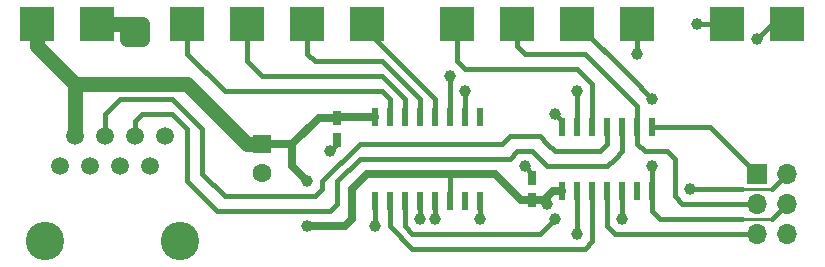
<source format=gtl>
G04 #@! TF.FileFunction,Copper,L1,Top,Signal*
%FSLAX46Y46*%
G04 Gerber Fmt 4.6, Leading zero omitted, Abs format (unit mm)*
G04 Created by KiCad (PCBNEW 4.0.7-e2-6376~58~ubuntu17.04.1) date Mon Oct 30 22:15:39 2017*
%MOMM*%
%LPD*%
G01*
G04 APERTURE LIST*
%ADD10C,0.100000*%
%ADD11R,1.600000X1.600000*%
%ADD12C,1.600000*%
%ADD13R,0.750000X1.200000*%
%ADD14R,3.000000X3.000000*%
%ADD15C,3.250000*%
%ADD16C,1.500000*%
%ADD17R,1.700000X1.700000*%
%ADD18O,1.700000X1.700000*%
%ADD19R,0.600000X1.500000*%
%ADD20C,1.000000*%
%ADD21C,1.270000*%
%ADD22C,0.635000*%
%ADD23C,0.381000*%
%ADD24C,0.254000*%
G04 APERTURE END LIST*
D10*
D11*
X139700000Y-109220000D03*
D12*
X139700000Y-111720000D03*
D13*
X162560000Y-113980000D03*
X162560000Y-112080000D03*
D14*
X133350000Y-99060000D03*
X138430000Y-99060000D03*
X143510000Y-99060000D03*
X148590000Y-99060000D03*
X179070000Y-99060000D03*
X184150000Y-99060000D03*
X166370000Y-99060000D03*
X161290000Y-99060000D03*
D15*
X132715000Y-117475000D03*
X121285000Y-117475000D03*
D16*
X131445000Y-108585000D03*
X130175000Y-111125000D03*
X128905000Y-108585000D03*
X127635000Y-111125000D03*
X126365000Y-108585000D03*
X125095000Y-111125000D03*
X123825000Y-108585000D03*
X122555000Y-111125000D03*
D14*
X156210000Y-99060000D03*
X171450000Y-99060000D03*
X120650000Y-99060000D03*
X125730000Y-99060000D03*
D17*
X181610000Y-111760000D03*
D18*
X184150000Y-111760000D03*
X181610000Y-114300000D03*
X184150000Y-114300000D03*
X181610000Y-116840000D03*
X184150000Y-116840000D03*
D19*
X165100000Y-113190000D03*
X166370000Y-113190000D03*
X167640000Y-113190000D03*
X168910000Y-113190000D03*
X170180000Y-113190000D03*
X171450000Y-113190000D03*
X172720000Y-113190000D03*
X172720000Y-107790000D03*
X171450000Y-107790000D03*
X170180000Y-107790000D03*
X168910000Y-107790000D03*
X167640000Y-107790000D03*
X166370000Y-107790000D03*
X165100000Y-107790000D03*
X149225000Y-114040000D03*
X150495000Y-114040000D03*
X151765000Y-114040000D03*
X153035000Y-114040000D03*
X154305000Y-114040000D03*
X155575000Y-114040000D03*
X156845000Y-114040000D03*
X158115000Y-114040000D03*
X158115000Y-106940000D03*
X156845000Y-106940000D03*
X155575000Y-106940000D03*
X154305000Y-106940000D03*
X153035000Y-106940000D03*
X151765000Y-106940000D03*
X150495000Y-106940000D03*
X149225000Y-106940000D03*
D13*
X146050000Y-107000000D03*
X146050000Y-108900000D03*
D20*
X143510000Y-116205000D03*
X143510000Y-112395000D03*
X175895000Y-113030000D03*
X163830000Y-114300000D03*
X128270000Y-100330000D03*
X129540000Y-100330000D03*
X128270000Y-99060000D03*
X129540000Y-99060000D03*
X164465000Y-106680000D03*
X161925000Y-111125000D03*
X145415000Y-109855000D03*
X158115000Y-115570000D03*
X154305000Y-115570000D03*
X153035000Y-115570000D03*
X176530000Y-99060000D03*
X155575000Y-103505000D03*
X181610000Y-100330000D03*
X156845000Y-104775000D03*
X172720000Y-111125000D03*
X172720000Y-105410000D03*
X171450000Y-101600000D03*
X166370000Y-104775000D03*
X149225000Y-116205000D03*
X166370000Y-116840000D03*
X170180000Y-115570000D03*
X164465000Y-115570000D03*
D21*
X123825000Y-104140000D02*
X120650000Y-100965000D01*
X120650000Y-100965000D02*
X120650000Y-99060000D01*
X123825000Y-108585000D02*
X123825000Y-104140000D01*
X138430000Y-109220000D02*
X139700000Y-109220000D01*
X133350000Y-104140000D02*
X138430000Y-109220000D01*
X132715000Y-104140000D02*
X133350000Y-104140000D01*
X130175000Y-104140000D02*
X132715000Y-104140000D01*
X123825000Y-104140000D02*
X130175000Y-104140000D01*
D22*
X142240000Y-110490000D02*
X142240000Y-111125000D01*
X142240000Y-111125000D02*
X143510000Y-112395000D01*
X147320000Y-113030000D02*
X147320000Y-114935000D01*
X146685000Y-116205000D02*
X144145000Y-116205000D01*
X147320000Y-115570000D02*
X146685000Y-116205000D01*
X147320000Y-114935000D02*
X147320000Y-115570000D01*
D23*
X179070000Y-113030000D02*
X175895000Y-113030000D01*
X179070000Y-113030000D02*
X180340000Y-113030000D01*
D24*
X180340000Y-113030000D02*
X182880000Y-113030000D01*
D23*
X184150000Y-111760000D02*
X182880000Y-113030000D01*
D22*
X142240000Y-109220000D02*
X142240000Y-110490000D01*
X143510000Y-116205000D02*
X144145000Y-116205000D01*
X147320000Y-113030000D02*
X148590000Y-111760000D01*
X148590000Y-111760000D02*
X155575000Y-111760000D01*
D23*
X163510000Y-113980000D02*
X163830000Y-114300000D01*
X162560000Y-113980000D02*
X163510000Y-113980000D01*
D22*
X162560000Y-113980000D02*
X163515000Y-113980000D01*
X164305000Y-113190000D02*
X165100000Y-113190000D01*
X163515000Y-113980000D02*
X164305000Y-113190000D01*
X162560000Y-113980000D02*
X161605000Y-113980000D01*
X161605000Y-113980000D02*
X161290000Y-113665000D01*
X161290000Y-113665000D02*
X159385000Y-111760000D01*
X159385000Y-111760000D02*
X155575000Y-111760000D01*
D23*
X155575000Y-111760000D02*
X155575000Y-114040000D01*
D22*
X139700000Y-109220000D02*
X142240000Y-109220000D01*
X144460000Y-107000000D02*
X146050000Y-107000000D01*
X142240000Y-109220000D02*
X144460000Y-107000000D01*
X149225000Y-106940000D02*
X146110000Y-106940000D01*
X146110000Y-106940000D02*
X146050000Y-107000000D01*
D21*
X128270000Y-100330000D02*
X129540000Y-100330000D01*
X125730000Y-99060000D02*
X128270000Y-99060000D01*
X128270000Y-99060000D02*
X128270000Y-100330000D01*
X129540000Y-99060000D02*
X128270000Y-99060000D01*
X129540000Y-100330000D02*
X129540000Y-99060000D01*
D23*
X165100000Y-107790000D02*
X165100000Y-107315000D01*
X165100000Y-107315000D02*
X164465000Y-106680000D01*
X162560000Y-112080000D02*
X162560000Y-111760000D01*
X162560000Y-111760000D02*
X161925000Y-111125000D01*
X146050000Y-108900000D02*
X146050000Y-109220000D01*
X146050000Y-109220000D02*
X145415000Y-109855000D01*
X158115000Y-114040000D02*
X158115000Y-115570000D01*
X154305000Y-114040000D02*
X154305000Y-115570000D01*
X153035000Y-114040000D02*
X153035000Y-115570000D01*
X150495000Y-106940000D02*
X150495000Y-105410000D01*
X133350000Y-101600000D02*
X133350000Y-99060000D01*
X136525000Y-104775000D02*
X133350000Y-101600000D01*
X149860000Y-104775000D02*
X136525000Y-104775000D01*
X150495000Y-105410000D02*
X149860000Y-104775000D01*
X151765000Y-106940000D02*
X151765000Y-105410000D01*
X138430000Y-102235000D02*
X138430000Y-99060000D01*
X139700000Y-103505000D02*
X138430000Y-102235000D01*
X149860000Y-103505000D02*
X139700000Y-103505000D01*
X151765000Y-105410000D02*
X149860000Y-103505000D01*
X153035000Y-106940000D02*
X153035000Y-105410000D01*
X143510000Y-101600000D02*
X143510000Y-99060000D01*
X144145000Y-102235000D02*
X143510000Y-101600000D01*
X149860000Y-102235000D02*
X144145000Y-102235000D01*
X153035000Y-105410000D02*
X149860000Y-102235000D01*
X154305000Y-106940000D02*
X154305000Y-105410000D01*
X154305000Y-105410000D02*
X148590000Y-99695000D01*
X148590000Y-99695000D02*
X148590000Y-99060000D01*
X155575000Y-106940000D02*
X155575000Y-103505000D01*
X176530000Y-99060000D02*
X179070000Y-99060000D01*
X156845000Y-106940000D02*
X156845000Y-104775000D01*
X181610000Y-100330000D02*
X182880000Y-99060000D01*
X182880000Y-99060000D02*
X184150000Y-99060000D01*
X172720000Y-113190000D02*
X172720000Y-111125000D01*
X170815000Y-103505000D02*
X166370000Y-99060000D01*
X170815000Y-103505000D02*
X172720000Y-105410000D01*
X180340000Y-115570000D02*
X173355000Y-115570000D01*
D24*
X182880000Y-115570000D02*
X180340000Y-115570000D01*
D23*
X184150000Y-114300000D02*
X182880000Y-115570000D01*
X172720000Y-114935000D02*
X172720000Y-113190000D01*
X173355000Y-115570000D02*
X172720000Y-114935000D01*
X178435000Y-114300000D02*
X175260000Y-114300000D01*
X174625000Y-113665000D02*
X174625000Y-110490000D01*
X175260000Y-114300000D02*
X174625000Y-113665000D01*
X171450000Y-107790000D02*
X171450000Y-109220000D01*
X171450000Y-109220000D02*
X172085000Y-109855000D01*
X172085000Y-109855000D02*
X173990000Y-109855000D01*
X173990000Y-109855000D02*
X174625000Y-110490000D01*
X178435000Y-114300000D02*
X181610000Y-114300000D01*
X171450000Y-107790000D02*
X171450000Y-106045000D01*
X161290000Y-100965000D02*
X161290000Y-99060000D01*
X161925000Y-101600000D02*
X161290000Y-100965000D01*
X167005000Y-101600000D02*
X161925000Y-101600000D01*
X171450000Y-106045000D02*
X167005000Y-101600000D01*
X128905000Y-108585000D02*
X128905000Y-107315000D01*
X169545000Y-110490000D02*
X170180000Y-109855000D01*
X170180000Y-109855000D02*
X170180000Y-107790000D01*
X147955000Y-110490000D02*
X160655000Y-110490000D01*
X146050000Y-112395000D02*
X147955000Y-110490000D01*
X137160000Y-114935000D02*
X143510000Y-114935000D01*
X168910000Y-111125000D02*
X163830000Y-111125000D01*
X163830000Y-111125000D02*
X163195000Y-110490000D01*
X169545000Y-110490000D02*
X168910000Y-111125000D01*
X162560000Y-109855000D02*
X161290000Y-109855000D01*
X161290000Y-109855000D02*
X160655000Y-110490000D01*
X163195000Y-110490000D02*
X162560000Y-109855000D01*
X145415000Y-114935000D02*
X146050000Y-114300000D01*
X146050000Y-114300000D02*
X146050000Y-112395000D01*
X143510000Y-114935000D02*
X145415000Y-114935000D01*
X135890000Y-114935000D02*
X137160000Y-114935000D01*
X133350000Y-112395000D02*
X135890000Y-114935000D01*
X133350000Y-107950000D02*
X133350000Y-112395000D01*
X132080000Y-106680000D02*
X133350000Y-107950000D01*
X129540000Y-106680000D02*
X132080000Y-106680000D01*
X128905000Y-107315000D02*
X129540000Y-106680000D01*
X128905000Y-108585000D02*
X128905000Y-107950000D01*
X126365000Y-108585000D02*
X126365000Y-106680000D01*
X147955000Y-109220000D02*
X160020000Y-109220000D01*
X144780000Y-112395000D02*
X147955000Y-109220000D01*
X137795000Y-113665000D02*
X143510000Y-113665000D01*
X168275000Y-109855000D02*
X164465000Y-109855000D01*
X164465000Y-109855000D02*
X163830000Y-109220000D01*
X168275000Y-109855000D02*
X168910000Y-109220000D01*
X163195000Y-108585000D02*
X160655000Y-108585000D01*
X160655000Y-108585000D02*
X160020000Y-109220000D01*
X163830000Y-109220000D02*
X163195000Y-108585000D01*
X144145000Y-113665000D02*
X144780000Y-113030000D01*
X144780000Y-113030000D02*
X144780000Y-112395000D01*
X143510000Y-113665000D02*
X144145000Y-113665000D01*
X136525000Y-113665000D02*
X137795000Y-113665000D01*
X134620000Y-111760000D02*
X136525000Y-113665000D01*
X134620000Y-107950000D02*
X134620000Y-111760000D01*
X132080000Y-105410000D02*
X134620000Y-107950000D01*
X127635000Y-105410000D02*
X132080000Y-105410000D01*
X126365000Y-106680000D02*
X127635000Y-105410000D01*
X168910000Y-109220000D02*
X168910000Y-107790000D01*
X168910000Y-109220000D02*
X168910000Y-109220000D01*
X167640000Y-107790000D02*
X167640000Y-104140000D01*
X156210000Y-102235000D02*
X156210000Y-99060000D01*
X156845000Y-102870000D02*
X156210000Y-102235000D01*
X166370000Y-102870000D02*
X156845000Y-102870000D01*
X167640000Y-104140000D02*
X166370000Y-102870000D01*
X166370000Y-106045000D02*
X166370000Y-104775000D01*
X171450000Y-99060000D02*
X171450000Y-101600000D01*
X166370000Y-106045000D02*
X166370000Y-107790000D01*
X172720000Y-107790000D02*
X177640000Y-107790000D01*
X177640000Y-107790000D02*
X181610000Y-111760000D01*
X181610000Y-116840000D02*
X169545000Y-116840000D01*
X168910000Y-116205000D02*
X168910000Y-113190000D01*
X169545000Y-116840000D02*
X168910000Y-116205000D01*
X166370000Y-114935000D02*
X166370000Y-116840000D01*
X166370000Y-113190000D02*
X166370000Y-114935000D01*
X149225000Y-114040000D02*
X149225000Y-116205000D01*
X149225000Y-116205000D02*
X149225000Y-116205000D01*
X150495000Y-114040000D02*
X150495000Y-116205000D01*
X167640000Y-117475000D02*
X167640000Y-113190000D01*
X167005000Y-118110000D02*
X167640000Y-117475000D01*
X152400000Y-118110000D02*
X167005000Y-118110000D01*
X150495000Y-116205000D02*
X152400000Y-118110000D01*
X170180000Y-113190000D02*
X170180000Y-114935000D01*
X151765000Y-116205000D02*
X151765000Y-114040000D01*
X151765000Y-116205000D02*
X152400000Y-116840000D01*
X163195000Y-116840000D02*
X152400000Y-116840000D01*
X164465000Y-115570000D02*
X163195000Y-116840000D01*
X170180000Y-114935000D02*
X170180000Y-115570000D01*
M02*

</source>
